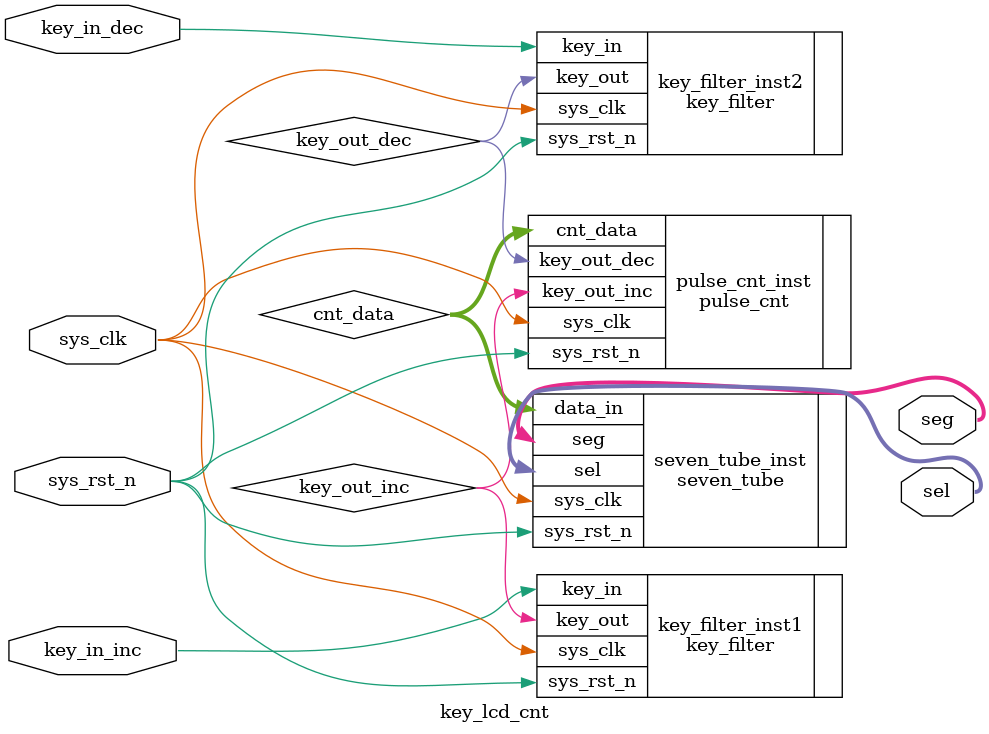
<source format=v>
module key_lcd_cnt (
    input sys_clk,
    input sys_rst_n,
    input key_in_inc,
    input key_in_dec,
    output [2:0] sel,
    output [7:0] seg
);
    wire key_out_inc;
    wire key_out_dec;
    wire [23:0] cnt_data;

    seven_tube seven_tube_inst (
        .sys_clk (sys_clk),
        .sys_rst_n (sys_rst_n),
        .data_in (cnt_data),
        .sel (sel),
        .seg (seg)
    );

    key_filter key_filter_inst1 (
        .sys_clk (sys_clk),
        .sys_rst_n (sys_rst_n),
        .key_in (key_in_inc),
        .key_out (key_out_inc)
    );

    key_filter key_filter_inst2 (
        .sys_clk (sys_clk),
        .sys_rst_n (sys_rst_n),
        .key_in (key_in_dec),
        .key_out (key_out_dec)
    );

    pulse_cnt pulse_cnt_inst (
        .sys_clk (sys_clk),
        .sys_rst_n (sys_rst_n),
        .key_out_inc (key_out_inc),
        .key_out_dec (key_out_dec),
        .cnt_data (cnt_data)
    );
endmodule
</source>
